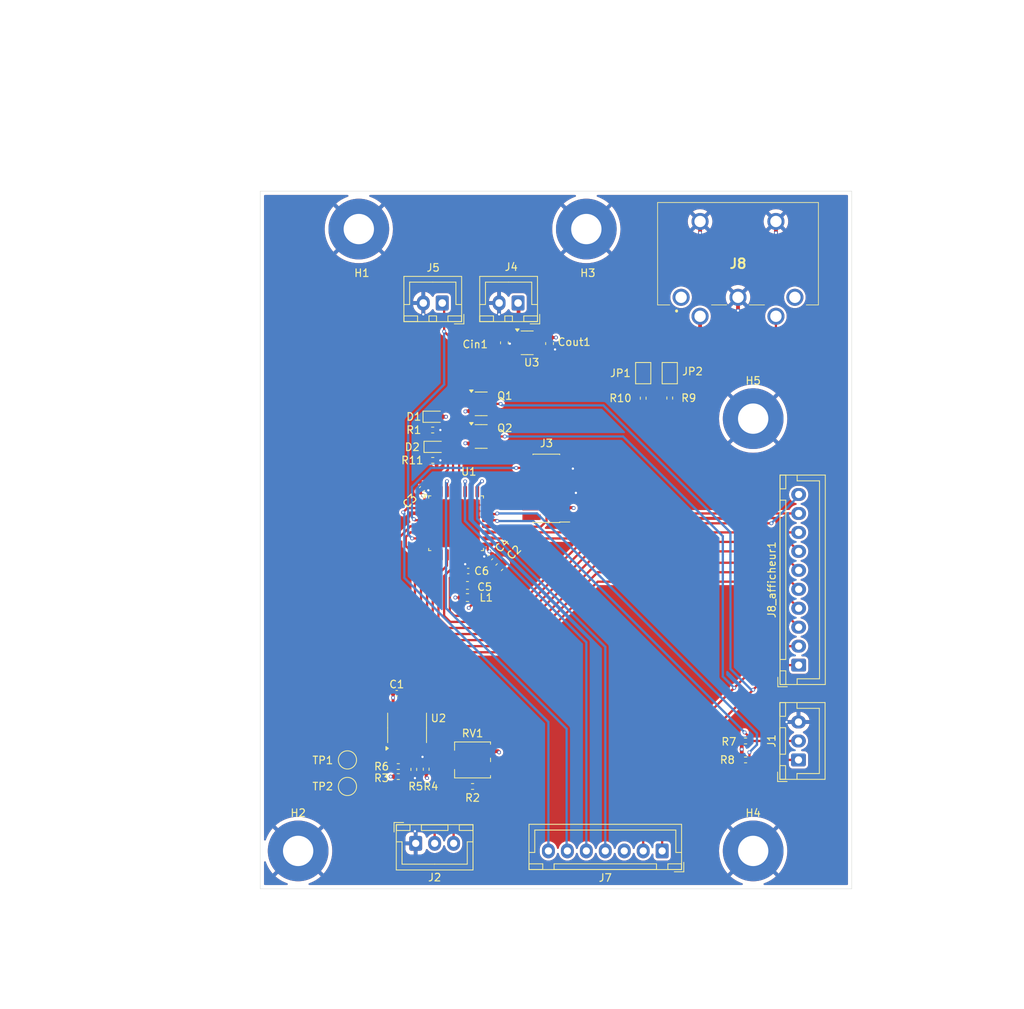
<source format=kicad_pcb>
(kicad_pcb (version 20240108) (generator "pcbnew") (generator_version "8.0")
  (layers (0 "F.Cu" signal) (1 "In1.Cu" signal) (2 "In2.Cu" signal) (31 "B.Cu" signal) (34 "B.Paste" user) (35 "F.Paste" user) (36 "B.SilkS" user "B.Silkscreen") (37 "F.SilkS" user "F.Silkscreen") (38 "B.Mask" user) (39 "F.Mask" user) (44 "Edge.Cuts" user))
  (net 0 "")
  (net 1 "GND")
  (net 2 "+3.3VA")
  (net 3 "+3.3V")
  (net 4 "+5V")
  (net 5 "SYS_SWCLK")
  (net 6 "RX_DEBUG")
  (net 7 "SYS_SWO")
  (net 8 "TX_DEBUG")
  (net 12 "SYS_SWDIO")
  (net 14 "RESET")
  (net 15 "USART_TX")
  (net 16 "SCAN0")
  (net 17 "LED_COM0")
  (net 18 "LED_COM1")
  (net 19 "SCAN1")
  (net 20 "Net-(R2-Pad1)")
  (net 21 "Net-(J2-Pin_3)")
  (net 22 "Net-(J2-Pin_2)")
  (net 23 "Net-(U2A-+)")
  (net 24 "Output_Pedale")
  (net 25 "SW_DOWN")
  (net 26 "SW_UP")
  (net 27 "LED3_SEG")
  (net 28 "LED10")
  (net 29 "LED0_SEG")
  (net 30 "LED2_SEG")
  (net 31 "LED9")
  (net 32 "LED1_SEG")
  (net 33 "LED6_SEG")
  (net 34 "LED4_SEG")
  (net 35 "LED11")
  (net 36 "LED12")
  (net 37 "LED5_SEG")
  (net 38 "LED7_SEG")
  (net 41 "LED8")
  (net 45 "Net-(JP2-B)")
  (net 46 "Net-(JP1-A)")
  (net 47 "Net-(JP1-B)")
  (net 48 "Net-(JP2-A)")
  (net 49 "Net-(D1-K)")
  (net 50 "Net-(D2-A)")
  (net 51 "Net-(D2-K)")
  (footprint "Capacitor_SMD:C_0603_1608Metric" (layer "F.Cu") (at 72.325 95.99 180)
    (property "Reference" "C5")
    (property "Value" "1uF")
  )
  (footprint "MountingHole:MountingHole_4mm_Pad_TopBottom" (layer "F.Cu") (at 88 49)
    (property "Reference" "H3")
    (property "Value" "MountingHole_Pad")
  )
  (footprint "Package_TO_SOT_SMD:SOT-23-3" (layer "F.Cu") (at 74.1375 76.35)
    (property "Reference" "Q2")
    (property "Value" "DTA123J")
  )
  (footprint "LED_SMD:LED_0603_1608Metric" (layer "F.Cu") (at 68.08 77.72)
    (property "Reference" "D2")
    (property "Value" "LED")
  )
  (footprint "Capacitor_SMD:C_0603_1608Metric" (layer "F.Cu") (at 76.525 93.59 -135)
    (property "Reference" "C2")
    (property "Value" "4.7uF")
  )
  (footprint "Resistor_SMD:R_0402_1005Metric" (layer "F.Cu") (at 95.5 71.305 -90)
    (property "Reference" "R10")
    (property "Value" "220")
  )
  (footprint "Jumper:SolderJumper-2_P1.3mm_Open_TrianglePad1.0x1.5mm" (layer "F.Cu") (at 95.5 68 -90)
    (property "Reference" "JP1")
    (property "Value" "SolderJumper1")
  )
  (footprint "Resistor_SMD:R_0402_1005Metric" (layer "F.Cu") (at 73 122.5 180)
    (property "Reference" "R2")
    (property "Value" "330")
  )
  (footprint "Package_TO_SOT_SMD:SOT-23-5" (layer "F.Cu") (at 80.2 64)
    (property "Reference" "U3")
    (property "Value" "BU33SD5WG-TR")
  )
  (footprint "PRT-09536:PRT09536" (layer "F.Cu") (at 100.5 58 180)
    (property "Reference" "J8")
    (property "Value" "PRT-09536" (hide yes))
  )
  (footprint "Connector_JST:JST_XH_B2B-XH-A_1x02_P2.50mm_Vertical" (layer "F.Cu") (at 79 58.75 180)
    (property "Reference" "J4")
    (property "Value" "Conn_01x02")
  )
  (footprint "Capacitor_SMD:C_0402_1005Metric" (layer "F.Cu") (at 63 110.2)
    (property "Reference" "C1")
    (property "Value" "100nF")
  )
  (footprint "Jumper:SolderJumper-2_P1.3mm_Open_TrianglePad1.0x1.5mm" (layer "F.Cu") (at 99 68 90)
    (property "Reference" "JP2")
    (property "Value" "SolderJumper")
  )
  (footprint "Resistor_SMD:R_0402_1005Metric" (layer "F.Cu") (at 65.25 120.25 -90)
    (property "Reference" "R5")
    (property "Value" "110k")
  )
  (footprint "Resistor_SMD:R_0402_1005Metric" (layer "F.Cu") (at 63.2 121.2)
    (property "Reference" "R3")
    (property "Value" "110k")
  )
  (footprint "Resistor_SMD:R_0402_1005Metric" (layer "F.Cu") (at 63.205 119.875)
    (property "Reference" "R6")
    (property "Value" "110k")
  )
  (footprint "Inductor_SMD:L_0603_1608Metric" (layer "F.Cu") (at 72.325 97.59)
    (property "Reference" "L1")
    (property "Value" "39n")
  )
  (footprint "MountingHole:MountingHole_4mm_Pad_TopBottom" (layer "F.Cu") (at 110 131)
    (property "Reference" "H4")
    (property "Value" "MountingHole_Pad")
  )
  (footprint "Package_TO_SOT_SMD:SOT-23-3" (layer "F.Cu") (at 74.1375 72.05)
    (property "Reference" "Q1")
    (property "Value" "DTA123J")
  )
  (footprint "Resistor_SMD:R_0402_1005Metric" (layer "F.Cu") (at 109 119 180)
    (property "Reference" "R8")
    (property "Value" "47k")
  )
  (footprint "Resistor_SMD:R_0402_1005Metric" (layer "F.Cu") (at 109 116.5 180)
    (property "Reference" "R7")
    (property "Value" "47k")
  )
  (footprint "Resistor_SMD:R_0402_1005Metric" (layer "F.Cu") (at 67.75 79.5 180)
    (property "Reference" "R11")
    (property "Value" "1000")
  )
  (footprint "TestPoint:TestPoint_Pad_D2.0mm" (layer "F.Cu") (at 56.5 122.5)
    (property "Reference" "TP2")
    (property "Value" "Entree AOP")
  )
  (footprint "MountingHole:MountingHole_4mm_Pad_TopBottom" (layer "F.Cu") (at 58 49)
    (property "Reference" "H1")
    (property "Value" "MountingHole_Pad")
  )
  (footprint "Connector_JST:JST_XH_B2B-XH-A_1x02_P2.50mm_Vertical" (layer "F.Cu") (at 69 58.75 180)
    (property "Reference" "J5")
    (property "Value" "Conn_01x02")
  )
  (footprint "Resistor_SMD:R_0402_1005Metric" (layer "F.Cu") (at 66.885 120.225 90)
    (property "Reference" "R4")
    (property "Value" "110k")
  )
  (footprint "Capacitor_SMD:C_0603_1608Metric" (layer "F.Cu") (at 83.15 64.1 -90)
    (property "Reference" "Cout1")
    (property "Value" "1uF")
  )
  (footprint "Resistor_SMD:R_0402_1005Metric" (layer "F.Cu") (at 67.74 75.5 180)
    (property "Reference" "R1")
    (property "Value" "1000")
  )
  (footprint "TestPoint:TestPoint_Pad_D2.0mm" (layer "F.Cu") (at 56.5 119)
    (property "Reference" "TP1")
    (property "Value" "Sortie AOP")
  )
  (footprint "Connector_JST:JST_XH_B7B-XH-A_1x07_P2.50mm_Vertical" (layer "F.Cu") (at 98 131 180)
    (property "Reference" "J7")
    (property "Value" "Conn_01x07")
  )
  (footprint "Capacitor_SMD:C_0402_1005Metric" (layer "F.Cu") (at 72.425 94.09 180)
    (property "Reference" "C6")
    (property "Value" "10nF")
  )
  (footprint "LED_SMD:LED_0603_1608Metric" (layer "F.Cu") (at 67.9525 73.75)
    (property "Reference" "D1")
    (property "Value" "LED")
  )
  (footprint "Connector_JST:JST_XH_B3B-XH-A_1x03_P2.50mm_Vertical" (layer "F.Cu") (at 115.975 119 90)
    (property "Reference" "J1")
    (property "Value" "Conn_01x03")
  )
  (footprint "Package_QFP:LQFP-32_7x7mm_P0.8mm" (layer "F.Cu") (at 70.825 87.79)
    (property "Reference" "U1")
    (property "Value" "STM32G431KBTx")
  )
  (footprint "MountingHole:MountingHole_4mm_Pad_TopBottom" (layer "F.Cu") (at 110 74)
    (property "Reference" "H5")
    (property "Value" "MountingHole_Pad")
  )
  (footprint "Connector_JST:JST_XH_B10B-XH-A_1x10_P2.50mm_Vertical" (layer "F.Cu") (at 116 106.5 90)
    (property "Reference" "J8_afficheur1")
    (property "Value" "Conn_01x10")
  )
  (footprint "Package_SO:SOIC-8_3.9x4.9mm_P1.27mm" (layer "F.Cu") (at 64.365 114.775 90)
    (property "Reference" "U2")
    (property "Value" "MCP6002-xSN")
  )
  (footprint "Potentiometer_SMD:Potentiometer_Bourns_3314J_Vertical" (layer "F.Cu") (at 73 119 -90)
    (property "Reference" "RV1")
    (property "Value" "470")
  )
  (footprint "Capacitor_SMD:C_0603_1608Metric" (layer "F.Cu") (at 77.2 64 -90)
    (property "Reference" "Cin1")
    (property "Value" "1uF")
  )
  (footprint "MountingHole:MountingHole_4mm_Pad_TopBottom" (layer "F.Cu") (at 50 131)
    (property "Reference" "H2")
    (property "Value" "MountingHole_Pad")
  )
  (footprint "Connector_PinHeader_1.27mm:PinHeader_2x07_P1.27mm_Vertical_SMD" (layer "F.Cu") (at 82.725 83.19 180)
    (property "Reference" "J3")
    (property "Value" "Conn_ST_STDC14")
  )
  (footprint "Capacitor_SMD:C_0402_1005Metric" (layer "F.Cu") (at 75.325 92.29 -135)
    (property "Reference" "C4")
    (property "Value" "100nF")
  )
  (footprint "Resistor_SMD:R_0402_1005Metric" (layer "F.Cu") (at 99 71.285 90)
    (property "Reference" "R9")
    (property "Value" "220")
  )
  (footprint "Connector_JST:JST_XH_B3B-XH-A_1x03_P2.50mm_Vertical" (layer "F.Cu") (at 65.5 130)
    (property "Reference" "J2")
    (property "Value" "Conn_01x03")
  )
  (footprint "Capacitor_SMD:C_0402_1005Metric" (layer "F.Cu") (at 66.325 83.29 45)
    (property "Reference" "C3")
    (property "Value" "100nF")
  )
  (gr_line (start 45 136) (end 123 136) (stroke (width 0.05)) (layer "Edge.Cuts"))
  (gr_line (start 123 136) (end 123 44) (stroke (width 0.05)) (layer "Edge.Cuts"))
  (gr_line (start 45 136) (end 45 44) (stroke (width 0.05)) (layer "Edge.Cuts"))
  (gr_line (start 45 44) (end 123 44) (stroke (width 0.05)) (layer "Edge.Cuts"))
  (segment (start 74.985589 93.146605) (end 75.976992 94.138008) (width 0.3) (layer "F.Cu") (net 1))
  (segment (start 72.025 91.965) (end 72.025 93.19) (width 0.3) (layer "F.Cu") (net 1))
  (segment (start 86.625 84.09) (end 86.255 84.46) (width 0.3) (layer "F.Cu") (net 1))
  (segment (start 77.2 64.775) (end 77.25 64.775) (width 0.5) (layer "F.Cu") (net 1))
  (segment (start 65.5 128.5) (end 65.4 128.4) (width 0.4) (layer "F.Cu") (net 1))
  (segment (start 86.165 80.65) (end 86.225 80.59) (width 0.3) (layer "F.Cu") (net 1))
  (segment (start 64.4 110.2) (end 63.48 110.2) (width 0.4) (layer "F.Cu") (net 1))
  (segment (start 86.625 83.59) (end 86.225 83.19) (width 0.3) (layer "F.Cu") (net 1))
  (segment (start 73.625 91.965) (end 74.321178 91.965) (width 0.3) (layer "F.Cu") (net 1))
  (segment (start 65.25 121.25) (end 65.4 121.4) (width 0.4) (layer "F.Cu") (net 1))
  (segment (start 86.625 83.79) (end 86.625 84.09) (width 0.3) (layer "F.Cu") (net 1))
  (segment (start 74.321178 91.965) (end 74.535589 92.179411) (width 0.3) (layer "F.Cu") (net 1))
  (segment (start 68.26 79.5) (end 68.75 79.5) (width 0.5) (layer "F.Cu") (net 1))
  (segment (start 66.4 118.6) (end 66.27 118.47) (width 0.4) (layer "F.Cu") (net 1))
  (segment (start 67.164411 83.450589) (end 66.664411 82.950589) (width 0.3) (layer "F.Cu") (net 1))
  (segment (start 65.5 130) (end 65.5 128.5) (width 0.4) (layer "F.Cu") (net 1))
  (segment (start 86.165 80.65) (end 84.675 80.65) (width 0.3) (layer "F.Cu") (net 1))
  (segment (start 74.985589 92.629411) (end 74.985589 93.146605) (width 0.3) (layer "F.Cu") (net 1))
  (segment (start 86.225 83.19) (end 84.675 83.19) (width 0.3) (layer "F.Cu") (net 1))
  (segment (start 72.025 94.01) (end 71.945 94.09) (width 0.3) (layer "F.Cu") (net 1))
  (segment (start 65 110.8) (end 64.4 110.2) (width 0.4) (layer "F.Cu") (net 1))
  (segment (start 86.255 84.46) (end 84.675 84.46) (width 0.3) (layer "F.Cu") (net 1))
  (segment (start 108 58) (end 108 59.75) (width 0.5) (layer "F.Cu") (net 1))
  (segment (start 68.025 83.615) (end 67.328822 83.615) (width 0.3) (layer "F.Cu") (net 1))
  (segment (start 67.328822 83.615) (end 67.164411 83.450589) (width 0.3) (layer "F.Cu") (net 1))
  (segment (start 83.15 64.875) (end 83.875 64.875) (width 0.5) (layer "F.Cu") (net 1))
  (segment (start 76.5 58.75) (end 76.5 60.25) (width 0.5) (layer "F.Cu") (net 1))
  (segment (start 72.025 93.19) (end 72.025 94.01) (width 0.3) (layer "F.Cu") (net 1))
  (segment (start 71.6 94.6) (end 71.995 94.205) (width 0.3) (layer "F.Cu") (net 1))
  (segment (start 113 48) (end 113 49.5) (width 0.5) (layer "F.Cu") (net 1))
  (segment (start 78.025 64) (end 77.9125 64.1125) (width 0.5) (layer "F.Cu") (net 1))
  (segment (start 65.25 120.76) (end 65.25 121.25) (width 0.4) (layer "F.Cu") (net 1))
  (segment (start 103 48) (end 103 49.5) (width 0.5) (layer "F.Cu") (net 1))
  (segment (start 66.27 117.25) (end 66.27 112.3) (width 0.4) (layer "F.Cu") (net 1))
  (segment (start 66.5 58.75) (end 66.5 60.25) (width 0.5) (layer "F.Cu") (net 1))
  (segment (start 71.6 96.105) (end 71.6 94.6) (width 0.3) (layer "F.Cu") (net 1))
  (segment (start 66.27 117.25) (end 66.27 118.47) (width 0.4) (layer "F.Cu") (net 1))
  (segment (start 66.27 112.3) (end 65 112.3) (width 0.4) (layer "F.Cu") (net 1))
  (segment (start 115.975 114) (end 114.4 114) (width 0.5) (layer "F.Cu") (net 1))
  (segment (start 68.25 75.5) (end 68.75 75.5) (width 0.5) (layer "F.Cu") (net 1))
  (segment (start 86.625 83.79) (end 86.625 83.59) (width 0.3) (layer "F.Cu") (net 1))
  (segment (start 77.25 64.775) (end 77.9125 64.1125) (width 0.5) (layer "F.Cu") (net 1))
  (segment (start 65 112.3) (end 65 110.8) (width 0.4) (layer "F.Cu") (net 1))
  (segment (start 79.0625 64) (end 78.025 64) (width 0.5) (layer "F.Cu") (net 1))
  (segment (start 74.535589 92.179411) (end 74.985589 92.629411) (width 0.3) (layer "F.Cu") (net 1))
  (via (at 103 49.5) (size 0.5) (drill 0.3) (layers "F.Cu" "B.Cu") (net 1))
  (via (at 74.535589 92.179411) (size 0.5) (drill 0.3) (layers "F.Cu" "B.Cu") (net 1))
  (via (at 72.025 93.19) (size 0.5) (drill 0.3) (layers "F.Cu" "B.Cu") (net 1))
  (via (at 68.75 75.5) (size 0.5) (drill 0.3) (layers "F.Cu" "B.Cu") (net 1))
  (via (at 68.75 79.5) (size 0.5) (drill 0.3) (layers "F.Cu" "B.Cu") (net 1))
  (via (at 65.4 128.4) (size 0.5) (drill 0.3) (layers "F.Cu" "B.Cu") (net 1))
  (via (at 65.4 121.4) (size 0.5) (drill 0.3) (layers "F.Cu" "B.Cu") (net 1))
  (via (at 66.5 60.25) (size 0.5) (drill 0.3) (layers "F.Cu" "B.Cu") (net 1))
  (via (at 86.225 80.59) (size 0.5) (drill 0.3) (layers "F.Cu" "B.Cu") (net 1))
  (via (at 77.9125 64.1125) (size 0.5) (drill 0.3) (layers "F.Cu" "B.Cu") (net 1))
  (via (at 76.5 60.25) (size 0.5) (drill 0.3) (layers "F.Cu" "B.Cu") (net 1))
  (via (at 66.4 118.6) (size 0.5) (drill 0.3) (layers "F.Cu" "B.Cu") (net 1))
  (via (at 86.625 83.79) (size 0.5) (drill 0.3) (layers "F.Cu" "B.Cu") (net 1))
  (via (at 83.875 64.875) (size 0.5) (drill 0.3) (layers "F.Cu" "B.Cu") (net 1))
  (via (at 114.4 114) (size 0.5) (drill 0.3) (layers "F.Cu" "B.Cu") (net 1))
  (via (at 108 59.75) (size 0.5) (drill 0.3) (layers "F.Cu" "B.Cu") (net 1))
  (via (at 67.164411 83.450589) (size 0.5) (drill 0.3) (layers "F.Cu" "B.Cu") (net 1))
  (via (at 113 49.5) (size 0.5) (drill 0.3) (layers "F.Cu" "B.Cu") (net 1))
  (segment (start 72.905 94.09) (end 72.905 93.19) (width 0.3) (layer "F.Cu") (net 2))
  (segment (start 72.905 93.19) (end 72.905 92.045) (width 0.3) (layer "F.Cu") (net 2))
  (segment (start 66.885 121.285) (end 67 121.4) (width 0.4) (layer "F.Cu") (net 2))
  (segment (start 73.1125 97.59) (end 73.1125 96.0025) (width 0.3) (layer "F.Cu") (net 2))
  (segment (start 72.905 92.045) (end 72.825 91.965) (width 0.3) (layer "F.Cu") (net 2))
  (segment (start 62.52 110.8) (end 62.52 112.24) (width 0.4) (layer "F.Cu") (net 2))
  (segment (start 66.885 120.735) (end 66.885 121.285) (width 0.4) (layer "F.Cu") (net 2))
  (segment (start 73.1125 98.3375) (end 73.1125 97.59) (width 0.3) (layer "F.Cu") (net 2))
  (segment (start 76.35 117.85) (end 76.5 118) (width 0.5) (layer "F.Cu") (net 2))
  (segment (start 75 117.85) (end 76.35 117.85) (width 0.5) (layer "F.Cu") (net 2))
  (segment (start 73.1 94.285) (end 72.905 94.09) (width 0.3) (layer "F.Cu") (net 2))
  (segment (start 62.52 112.24) (end 62.46 112.3) (width 0.4) (layer "F.Cu") (net 2))
  (segment (start 72.5 98.95) (end 73.1125 98.3375) (width 0.3) (layer "F.Cu") (net 2))
  (segment (start 73.1125 96.0025) (end 73.1 95.99) (width 0.3) (layer "F.Cu") (net 2))
  (segment (start 73.1 95.99) (end 73.1 94.285) (width 0.3) (layer "F.Cu") (net 2))
  (segment (start 62.69 121.2) (end 62.2 121.2) (width 0.4) (layer "F.Cu") (net 2))
  (segment (start 62.52 110.2) (end 62.52 110.8) (width 0.4) (layer "F.Cu") (net 2))
  (via (at 67 121.4) (size 0.5) (drill 0.3) (layers "F.Cu" "B.Cu") (net 2))
  (via (at 76.5 118) (size 0.5) (drill 0.3) (layers "F.Cu" "B.Cu") (net 2))
  (via (at 62.52 110.8) (size 0.5) (drill 0.3) (layers "F.Cu" "B.Cu") (net 2))
  (via (at 62.2 121.2) (size 0.5) (drill 0.3) (layers "F.Cu" "B.Cu") (net 2))
  (via (at 72.5 98.95) (size 0.5) (drill 0.3) (layers "F.Cu" "B.Cu") (net 2))
  (segment (start 81.3375 63.05) (end 82.875 63.05) (width 0.4) (layer "F.Cu") (net 3))
  (segment (start 68.74 73.75) (end 69.5 73.75) (width 0.5) (layer "F.Cu") (net 3))
  (segment (start 75.981605 91.950589) (end 77.073008 93.041992) (width 0.3) (layer "F.Cu") (net 3))
  (segment (start 86.265 85.73) (end 86.325 85.79) (width 0.4) (layer "F.Cu") (net 3))
  (segment (start 75.664411 91.950589) (end 75.981605 91.950589) (width 0.3) (layer "F.Cu") (net 3))
  (segment (start 108.49 117.6) (end 108.49 116.5) (width 0.5) (layer "F.Cu") (net 3))
  (segment (start 75.664411 91.950589) (end 75.214411 91.500589) (width 0.3) (layer "F.Cu") (net 3))
  (segment (start 72.95 77.25) (end 72.05 77.25) (width 0.4) (layer "F.Cu") (net 3))
  (segment (start 66.65 84.293822) (end 66.485589 84.129411) (width 0.3) (layer "F.Cu") (net 3))
  (segment (start 84 63.3) (end 83.175 63.3) (width 0.4) (layer "F.Cu") (net 3))
  (segment (start 84.675 85.73) (end 86.265 85.73) (width 0.4) (layer "F.Cu") (net 3))
  (segment (start 83.175 63.3) (end 83.15 63.325) (width 0.4) (layer "F.Cu") (net 3))
  (segment (start 82.875 63.05) (end 83.15 63.325) (width 0.4) (layer "F.Cu") (net 3))
  (segment (start 72.05 73.05) (end 72.1 73) (width 0.4) (layer "F.Cu") (net 3))
  (segment (start 73 77.3) (end 72.95 77.25) (width 0.4) (layer "F.Cu") (net 3))
  (segment (start 66.65 84.99) (end 66.65 84.293822) (width 0.3) (layer "F.Cu") (net 3))
  (segment (start 108.49 119) (end 108.49 117.6) (width 0.5) (layer "F.Cu") (net 3))
  (segment (start 75.214411 91.500589) (end 75 91.286178) (width 0.3) (layer "F.Cu") (net 3))
  (segment (start 71.5375 97.59) (end 70.725 97.59) (width 0.3) (layer "F.Cu") (net 3))
  (segment (start 72.1 73) (end 72.9 73) (width 0.4) (layer "F.Cu") (net 3))
  (segment (start 75 91.286178) (end 75 90.59) (width 0.3) (layer "F.Cu") (net 3))
  (segment (start 66.485589 84.129411) (end 65.985589 83.629411) (width 0.3) (layer "F.Cu") (net 3))
  (via (at 75.214411 91.500589) (size 0.5) (drill 0.3) (layers "F.Cu" "B.Cu") (net 3))
  (via (at 72.05 73.05) (size 0.5) (drill 0.3) (layers "F.Cu" "B.Cu") (net 3))
  (via (at 108.49 117.6) (size 0.5) (drill 0.3) (layers "F.Cu" "B.Cu") (net 3))
  (via (at 86.325 85.79) (size 0.5) (drill 0.3) (layers "F.Cu" "B.Cu") (net 3))
  (via (at 72.05 77.25) (size 0.5) (drill 0.3) (layers "F.Cu" "B.Cu") (net 3))
  (via (at 66.485589 84.129411) (size 0.5) (drill 0.3) (layers "F.Cu" "B.Cu") (net 3))
  (via (at 70.725 97.59) (size 0.5) (drill 0.3) (layers "F.Cu" "B.Cu") (net 3))
  (via (at 84 63.3) (size 0.5) (drill 0.3) (layers "F.Cu" "B.Cu") (net 3))
  (via (at 69.5 73.75) (size 0.5) (drill 0.3) (layers "F.Cu" "B.Cu") (net 3))
  (segment (start 93.315 71.815) (end 95.5 71.815) (width 0.4) (layer "F.Cu") (net 4))
  (segment (start 79.7 64.95) (end 80.175 64.475) (width 0.3) (layer "F.Cu") (net 4))
  (segment (start 77.425 63.05) (end 77.25 63.225) (width 0.5) (layer "F.Cu") (net 4))
  (segment (start 77.25 63.225) (end 77.225 63.2) (width 0.4) (layer "F.Cu") (net 4))
  (segment (start 79.0625 64.95) (end 79.7 64.95) (width 0.3) (layer "F.Cu") (net 4))
  (segment (start 79.0625 58.8125) (end 79 58.75) (width 0.5) (layer "F.Cu") (net 4))
  (segment (start 77.225 63.2) (end 76.4 63.2) (width 0.4) (layer "F.Cu") (net 4))
  (segment (start 80.175 64.475) (end 80.175 63.425) (width 0.3) (layer "F.Cu") (net 4))
  (segment (start 79.0625 63.05) (end 79.0625 58.8125) (width 0.5) (layer "F.Cu") (net 4))
  (segment (start 75.7 66.9) (end 77.4 68.6) (width 0.4) (layer "F.Cu") (net 4))
  (segment (start 77.25 63.225) (end 77.175 63.3) (width 0.4) (layer "F.Cu") (net 4))
  (segment (start 90.1 68.6) (end 93.315 71.815) (width 0.4) (layer "F.Cu") (net 4))
  (segment (start 76.4 63.2) (end 75.7 63.9) (width 0.4) (layer "F.Cu") (net 4))
  (segment (start 75.7 63.9) (end 75.7 66.9) (width 0.4) (layer "F.Cu") (net 4))
  (segment (start 79.8 63.05) (end 79.0625 63.05) (width 0.3) (layer "F.Cu") (net 4))
  (segment (start 80.175 63.425) (end 79.8 63.05) (width 0.3) (layer "F.Cu") (net 4))
  (segment (start 77.4 68.6) (end 90.1 68.6) (width 0.4) (layer "F.Cu") (net 4))
  (segment (start 79.0625 63.05) (end 77.425 63.05) (width 0.5) (layer "F.Cu") (net 4))
  (segment (start 75 84.99) (end 75.53 84.46) (width 0.3) (layer "F.Cu") (net 5))
  (segment (start 75.53 84.46) (end 80.775 84.46) (width 0.3) (layer "F.Cu") (net 5))
  (segment (start 82.75 87.5) (end 82 88.25) (width 0.3) (layer "F.Cu") (net 6))
  (segment (start 82.13 79.38) (end 82.75 80) (width 0.3) (layer "F.Cu") (net 6))
  (segment (start 82 88.25) (end 75.06 88.25) (width 0.3) (layer "F.Cu") (net 6))
  (segment (start 75.06 88.25) (end 75 88.19) (width 0.3) (layer "F.Cu") (net 6))
  (segment (start 80.775 79.38) (end 82.13 79.38) (width 0.3) (layer "F.Cu") (net 6))
  (segment (start 82.75 80) (end 82.75 87.5) (width 0.3) (layer "F.Cu") (net 6))
  (segment (start 77.5 81.5) (end 79.09 83.09) (width 0.3) (layer "F.Cu") (net 7))
  (segment (start 80.675 83.09) (end 80.775 83.19) (width 0.3) (layer "F.Cu") (net 7))
  (segment (start 72.825 82.59) (end 73.915 81.5) (width 0.3) (layer "F.Cu") (net 7))
  (segment (start 79.09 83.09) (end 80.675 83.09) (width 0.3) (layer "F.Cu") (net 7))
  (segment (start 73.915 81.5) (end 77.5 81.5) (width 0.3) (layer "F.Cu") (net 7))
  (segment (start 72.825 83.615) (end 72.825 82.59) (width 0.3) (layer "F.Cu") (net 7))
  (segment (start 86.415 79.38) (end 87.625 80.59) (width 0.3) (layer "F.Cu") (net 8))
  (segment (start 87.625 80.59) (end 87.625 87.19) (width 0.3) (layer "F.Cu") (net 8))
  (segment (start 84.675 79.38) (end 86.415 79.38) (width 0.3) (layer "F.Cu") (net 8))
  (segment (start 85.825 88.99) (end 75 88.99) (width 0.3) (layer "F.Cu") (net 8))
  (segment (start 87.625 87.19) (end 85.825 88.99) (width 0.3) (layer "F.Cu") (net 8))
  (segment (start 75 85.79) (end 80.715 85.79) (width 0.3) (layer "F.Cu") (net 12))
  (segment (start 80.715 85.79) (end 80.775 85.73) (width 0.3) (layer "F.Cu") (net 12))
  (segment (start 66.65 87.39) (end 65.39 87.39) (width 0.3) (layer "F.Cu") (net 14))
  (segment (start 65.39 87.39) (end 65.25 87.25) (width 0.3) (layer "F.Cu") (net 14))
  (segment (start 80.625 80.5) (end 78.75 80.5) (width 0.3) (layer "F.Cu") (net 14))
  (segment (start 80.775 80.65) (end 80.625 80.5) (width 0.3) (layer "F.Cu") (net 14))
  (via (at 65.25 87.25) (size 0.5) (drill 0.3) (layers "F.Cu" "B.Cu") (net 14))
  (via (at 78.75 80.5) (size 0.5) (drill 0.3) (layers "F.Cu" "B.Cu") (net 14))
  (segment (start 67.5 80.5) (end 65 83) (width 0.3) (layer "B.Cu") (net 14))
  (segment (start 65 87) (end 65.25 87.25) (width 0.3) (layer "B.Cu") (net 14))
  (segment (start 78.75 80.5) (end 67.5 80.5) (width 0.3) (layer "B.Cu") (net 14))
  (segment (start 65 83) (end 65 87) (width 0.3) (layer "B.Cu") (net 14))
  (segment (start 66.65 89.79) (end 65.025 89.79) (width 0.3) (layer "F.Cu") (net 15))
  (segment (start 99 71.795) (end 97.795 73) (width 0.3) (layer "F.Cu") (net 15))
  (segment (start 69.25 62.5) (end 69.25 59) (width 0.3) (layer "F.Cu") (net 15))
  (segment (start 69.25 59) (end 69 58.75) (width 0.3) (layer "F.Cu") (net 15))
  (segment (start 89.75 70) (end 76.75 70) (width 0.3) (layer "F.Cu") (net 15))
  (segment (start 97.795 73) (end 92.75 73) (width 0.3) (layer "F.Cu") (net 15))
  (segment (start 92.75 73) (end 89.75 70) (width 0.3) (layer "F.Cu") (net 15))
  (segment (start 76.75 70) (end 69.25 62.5) (width 0.3) (layer "F.Cu") (net 15))
  (via (at 69.25 62.5) (size 0.5) (drill 0.3) (layers "F.Cu" "B.Cu") (net 15))
  (via (at 65.025 89.79) (size 0.5) (drill 0.3) (layers "F.Cu" "B.Cu") (net 15))
  (segment (start 64.5 89.265) (end 65.025 89.79) (width 0.3) (layer "B.Cu") (net 15))
  (segment (start 69.25 62.5) (end 69.25 69.5) (width 0.3) (layer "B.Cu") (net 15))
  (segment (start 69.25 69.5) (end 64.5 74.25) (width 0.3) (layer "B.Cu") (net 15))
  (segment (start 64.5 74.25) (end 64.5 89.265) (width 0.3) (layer "B.Cu") (net 15))
  (segment (start 70.425 72.325) (end 70.425 83.615) (width 0.3) (layer "F.Cu") (net 16))
  (segment (start 73 71.1) (end 71.65 71.1) (width 0.3) (layer "F.Cu") (net 16))
  (segment (start 71.65 71.1) (end 70.425 72.325) (width 0.3) (layer "F.Cu") (net 16))
  (segment (start 116 106.5) (end 113.25 106.5) (width 0.3) (layer "F.Cu") (net 17))
  (segment (start 75.275 72.05) (end 76.7 72.05) (width 0.3) (layer "F.Cu") (net 17))
  (segment (start 98 121.75) (end 98 131) (width 0.3) (layer "F.Cu") (net 17))
  (segment (start 113.25 106.5) (end 98 121.75) (width 0.3) (layer "F.Cu") (net 17))
  (via (at 110 109.75) (size 0.5) (drill 0.3) (layers "F.Cu" "B.Cu") (net 17))
  (via (at 76.7 72.05) (size 0.5) (drill 0.3) (layers "F.Cu" "B.Cu") (net 17))
  (segment (start 110 109.75) (end 109.75 109.75) (width 0.3) (layer "B.Cu") (net 17))
  (segment (start 107 89) (end 90.25 72.25) (width 0.3) (layer "B.Cu") (net 17))
  (segment (start 76.9 72.25) (end 76.7 72.05) (width 0.3) (layer "B.Cu") (net 17))
  (segment (start 107 107) (end 107 89) (width 0.3) (layer "B.Cu") (net 17))
  (segment (start 109.75 109.75) (end 107 107) (width 0.3) (layer "B.Cu") (net 17))
  (segment (start 90.25 72.25) (end 76.9 72.25) (width 0.3) (layer "B.Cu") (net 17))
  (segment (start 95.5 121.5) (end 95.5 131) (width 0.3) (layer "F.Cu") (net 18))
  (segment (start 116 104) (end 113 104) (width 0.3) (layer "F.Cu") (net 18))
  (segment (start 77.25 76.35) (end 75.275 76.35) (width 0.3) (layer "F.Cu") (net 18))
  (segment (start 113 104) (end 107.5 109.5) (width 0.3) (layer "F.Cu") (net 18))
  (segment (start 107.5 109.5) (end 95.5 121.5) (width 0.3) (layer "F.Cu") (net 18))
  (via (at 107.5 109.5) (size 0.5) (drill 0.3) (layers "F.Cu" "B.Cu") (net 18))
  (via (at 77.25 76.35) (size 0.5) (drill 0.3) (layers "F.Cu" "B.Cu") (net 18))
  (segment (start 92.85 76.35) (end 77.25 76.35) (width 0.3) (layer "B.Cu") (net 18))
  (segment (start 106 89.5) (end 92.85 76.35) (width 0.3) (layer "B.Cu") (net 18))
  (segment (start 106 108) (end 106 89.5) (width 0.3) (layer "B.Cu") (net 18))
  (segment (start 107.5 109.5) (end 106 108) (width 0.3) (layer "B.Cu") (net 18))
  (segment (start 72.1 75.4) (end 73 75.4) (width 0.3) (layer "F.Cu") (net 19))
  (segment (start 71.225 76.275) (end 72.1 75.4) (width 0.3) (layer "F.Cu") (net 19))
  (segment (start 71.225 83.615) (end 71.225 76.275) (width 0.3) (layer "F.Cu") (net 19))
  (segment (start 75 121.01) (end 73.51 122.5) (width 0.3) (layer "F.Cu") (net 20))
  (segment (start 72.15 120.15) (end 71 119) (width 0.3) (layer "F.Cu") (net 20))
  (segment (start 75 120.15) (end 75 121.01) (width 0.3) (layer "F.Cu") (net 20))
  (segment (start 75 120.15) (end 72.15 120.15) (width 0.3) (layer "F.Cu") (net 20))
  (segment (start 72.01 122.5) (end 70.5 124.01) (width 0.3) (layer "F.Cu") (net 21))
  (segment (start 72.49 122.5) (end 72.01 122.5) (width 0.3) (layer "F.Cu") (net 21))
  (segment (start 70.5 124.01) (end 70.5 130) (width 0.3) (layer "F.Cu") (net 21))
  (segment (start 63.73 117.25) (end 63.73 119.86) (width 0.3) (layer "F.Cu") (net 22))
  (segment (start 63.71 122) (end 63.71 122.71) (width 0.3) (layer "F.Cu") (net 22))
  (segment (start 63.71 121.2) (end 63.71 122) (width 0.3) (layer "F.Cu") (net 22))
  (segment (start 63.71 122.71) (end 68 127) (width 0.3) (layer "F.Cu") (net 22))
  (segment (start 63.71 122) (end 63.71 122.29) (width 0.3) (layer "F.Cu") (net 22))
  (segment (start 63.5 122.5) (end 63.71 122.71) (width 0.3) (layer "F.Cu") (net 22))
  (segment (start 56.5 122.5) (end 63.5 122.5) (width 0.3) (layer "F.Cu") (net 22))
  (segment (start 63.71 119.88) (end 63.71 121.2) (width 0.3) (layer "F.Cu") (net 22))
  (segment (start 63.73 119.86) (end 63.715 119.875) (width 0.3) (layer "F.Cu") (net 22))
  (segment (start 63.71 122.29) (end 63.5 122.5) (width 0.3) (layer "F.Cu") (net 22))
  (segment (start 68 127) (end 68 130) (width 0.3) (layer "F.Cu") (net 22))
  (segment (start 63.715 119.875) (end 63.71 119.88) (width 0.3) (layer "F.Cu") (net 22))
  (segment (start 65.275 119.715) (end 65.25 119.74) (width 0.3) (layer "F.Cu") (net 23))
  (segment (start 65 119.49) (end 65.25 119.74) (width 0.3) (layer "F.Cu") (net 23))
  (segment (start 65 117.25) (end 65 119.49) (width 0.3) (layer "F.Cu") (net 23))
  (segment (start 66.885 119.715) (end 65.275 119.715) (width 0.3) (layer "F.Cu") (net 23))
  (segment (start 61.21 118.5) (end 56.5 118.5) (width 0.3) (layer "F.Cu") (net 24))
  (segment (start 62.46 117.25) (end 62.46 116.46) (width 0.3) (layer "F.Cu") (net 24))
  (segment (start 64.81 88.19) (end 66.65 88.19) (width 0.3) (layer "F.Cu") (net 24))
  (segment (start 61 92) (end 64.81 88.19) (width 0.3) (layer "F.Cu") (net 24))
  (segment (start 62.46 116.46) (end 61 115) (width 0.3) (layer "F.Cu") (net 24))
  (segment (start 62.46 117.25) (end 61.21 118.5) (width 0.3) (layer "F.Cu") (net 24))
  (segment (start 62.46 119.64) (end 62.46 117.25) (width 0.3) (layer "F.Cu") (net 24))
  (segment (start 62.695 119.875) (end 62.46 119.64) (width 0.3) (layer "F.Cu") (net 24))
  (segment (start 61 115) (end 61 92) (width 0.3) (layer "F.Cu") (net 24))
  (segment (start 76.14 87.39) (end 76.25 87.5) (width 0.3) (layer "F.Cu") (net 25))
  (segment (start 115.975 116.5) (end 109.51 116.5) (width 0.3) (layer "F.Cu") (net 25))
  (segment (start 108.875 115.375) (end 109.51 116.01) (width 0.3) (layer "F.Cu") (net 25))
  (segment (start 109.51 116.01) (end 109.51 116.5) (width 0.3) (layer "F.Cu") (net 25))
  (segment (start 75 87.39) (end 76.14 87.39) (width 0.3) (layer "F.Cu") (net 25))
  (via (at 108.875 115.375) (size 0.5) (drill 0.3) (layers "F.Cu" "B.Cu") (net 25))
  (via (at 76.25 87.5) (size 0.5) (drill 0.3) (layers "F.Cu" "B.Cu") (net 25))
  (segment (start 108.875 115.375) (end 81 87.5) (width 0.3) (layer "B.Cu") (net 25))
  (segment (start 81 87.5) (end 76.25 87.5) (width 0.3) (layer "B.Cu") (net 25))
  (segment (start 115.975 119) (end 109.51 119) (width 0.3) (layer "F.Cu") (net 26))
  (segment (start 109.51 119) (end 109.51 118.01) (width 0.3) (layer "F.Cu") (net 26))
  (segment (start 76.16 86.59) (end 76.25 86.5) (width 0.3) (layer "F.Cu") (net 26))
  (segment (start 75 86.59) (end 76.16 86.59) (width 0.3) (layer "F.Cu") (net 26))
  (segment (start 109.51 118.01) (end 109.5 118) (width 0.3) (layer "F.Cu") (net 26))
  (via (at 109.5 118) (size 0.5) (drill 0.3) (layers "F.Cu" "B.Cu") (net 26))
  (via (at 76.25 86.5) (size 0.5) (drill 0.3) (layers "F.Cu" "B.Cu") (net 26))
  (segment (start 110.5 115.5) (end 81.5 86.5) (width 0.3) (layer "B.Cu") (net 26))
  (segment (start 81.5 86.5) (end 76.25 86.5) (width 0.3) (layer "B.Cu") (net 26))
  (segment (start 109.5 118) (end 110.5 117) (width 0.3) (layer "B.Cu") (net 26))
  (segment (start 110.5 117) (end 110.5 115.5) (width 0.3) (layer "B.Cu") (net 26))
  (segment (start 78.8 102.4) (end 89.7 91.5) (width 0.3) (layer "F.Cu") (net 27))
  (segment (start 68.825 91.965) (end 68.825 93.175) (width 0.3) (layer "F.Cu") (net 27))
  (segment (start 67.75 100.55) (end 69.6 102.4) (width 0.3) (layer "F.Cu") (net 27))
  (segment (start 69.6 102.4) (end 78.8 102.4) (width 0.3) (layer "F.Cu") (net 27))
  (segment (start 113.5 91.5) (end 116 94) (width 0.3) (layer "F.Cu") (net 27))
  (segment (start 67.75 94.25) (end 67.75 100.55) (width 0.3) (layer "F.Cu") (net 27))
  (segment (start 89.7 91.5) (end 113.5 91.5) (width 0.3) (layer "F.Cu") (net 27))
  (segment (start 68.825 93.175) (end 67.75 94.25) (width 0.3) (layer "F.Cu") (net 27))
  (segment (start 72.025 83.615) (end 72.025 82.275) (width 0.3) (layer "F.Cu") (net 28))
  (via (at 72.025 82.275) (size 0.5) (drill 0.3) (layers "F.Cu" "B.Cu") (net 28))
  (segment (start 72 87.5) (end 72 82.3) (width 0.3) (layer "B.Cu") (net 28))
  (segment (start 88 131) (end 88 103.5) (width 0.3) (layer "B.Cu") (net 28))
  (segment (start 72 82.3) (end 72.025 82.275) (width 0.3) (layer "B.Cu") (net 28))
  (segment (start 88 103.5) (end 72 87.5) (width 0.3) (layer "B.Cu") (net 28))
  (segment (start 65.4 92) (end 65.4 101.6) (width 0.3) (layer "F.Cu") (net 29))
  (segment (start 89.5 95.5) (end 110 95.5) (width 0.3) (layer "F.Cu") (net 29))
  (segment (start 64.2 90.8) (end 65.4 92) (width 0.3) (layer "F.Cu") (net 29))
  (segment (start 68.6 104.8) (end 80.2 104.8) (width 0.3) (layer "F.Cu") (net 29))
  (segment (start 64.2 89.6) (end 64.2 90.8) (width 0.3) (layer "F.Cu") (net 29))
  (segment (start 65.4 101.6) (end 68.6 104.8) (width 0.3) (layer "F.Cu") (net 29))
  (segment (start 64.81 88.99) (end 64.2 89.6) (width 0.3) (layer "F.Cu") (net 29))
  (segment (start 66.65 88.99) (end 64.81 88.99) (width 0.3) (layer "F.Cu") (net 29))
  (segment (start 110 95.5) (end 116 101.5) (width 0.3) (layer "F.Cu") (net 29))
  (segment (start 80.2 104.8) (end 89.5 95.5) (width 0.3) (layer "F.Cu") (net 29))
  (segment (start 116 96.5) (end 112.5 93) (width 0.3) (layer "F.Cu") (net 30))
  (segment (start 89.5 93) (end 79.3 103.2) (width 0.3) (layer "F.Cu") (net 30))
  (segment (start 79.3 103.2) (end 69.4 103.2) (width 0.3) (layer "F.Cu") (net 30))
  (segment (start 67 93.75) (end 68.025 92.725) (width 0.3) (layer "F.Cu") (net 30))
  (segment (start 68.025 92.725) (end 68.025 91.965) (width 0.3) (layer "F.Cu") (net 30))
  (segment (start 69.4 103.2) (end 67 100.8) (width 0.3) (layer "F.Cu") (net 30))
  (segment (start 112.5 93) (end 89.5 93) (width 0.3) (layer "F.Cu") (net 30))
  (segment (start 67 100.8) (end 67 93.75) (width 0.3) (layer "F.Cu") (net 30))
  (segment (start 73.625 82.875) (end 74.25 82.25) (width 0.3) (layer "F.Cu") (net 31))
  (via (at 74.25 82.25) (size 0.5) (drill 0.3) (layers "F.Cu" "B.Cu") (net 31))
  (segment (start 73.6 82.9) (end 74.25 82.25) (width 0.3) (layer "B.Cu") (net 31))
  (segment (start 90.5 131) (end 90.5 104.1) (width 0.3) (layer "B.Cu") (net 31))
  (segment (start 73.6 87.2) (end 73.6 82.9) (width 0.3) (layer "B.Cu") (net 31))
  (segment (start 90.5 104.1) (end 73.6 87.2) (width 0.3) (layer "B.Cu") (net 31))
  (segment (start 79.75 104) (end 69 104) (width 0.3) (layer "F.Cu") (net 32))
  (segment (start 89.5 94.25) (end 79.75 104) (width 0.3) (layer "F.Cu") (net 32))
  (segment (start 66.2 101.2) (end 66.2 93) (width 0.3) (layer "F.Cu") (net 32))
  (segment (start 111.25 94.25) (end 89.5 94.25) (width 0.3) (layer "F.Cu") (net 32))
  (segment (start 69 104) (end 66.2 101.2) (width 0.3) (layer "F.Cu") (net 32))
  (segment (start 66.2 93) (end 66.65 92.55) (width 0.3) (layer "F.Cu") (net 32))
  (segment (start 116 99) (end 111.25 94.25) (width 0.3) (layer "F.Cu") (net 32))
  (segment (start 66.65 92.55) (end 66.65 90.59) (width 0.3) (layer "F.Cu") (net 32))
  (segment (start 86.2 89.8) (end 75.01 89.8) (width 0.3) (layer "F.Cu") (net 33))
  (segment (start 89.5 86.5) (end 86.2 89.8) (width 0.3) (layer "F.Cu") (net 33))
  (segment (start 116 86.5) (end 89.5 86.5) (width 0.3) (layer "F.Cu") (net 33))
  (segment (start 75.01 89.8) (end 75 89.79) (width 0.3) (layer "F.Cu") (net 33))
  (segment (start 69.625 93.375) (end 68.5 94.5) (width 0.3) (layer "F.Cu") (net 34))
  (segment (start 68.5 94.5) (end 68.5 100.3) (width 0.3) (layer "F.Cu") (net 34))
  (segment (start 69.8 101.6) (end 78.4 101.6) (width 0.3) (layer "F.Cu") (net 34))
  (segment (start 78.4 101.6) (end 89.75 90.25) (width 0.3) (layer "F.Cu") (net 34))
  (segment (start 89.75 90.25) (end 114.75 90.25) (width 0.3) (layer "F.Cu") (net 34))
  (segment (start 114.75 90.25) (end 116 91.5) (width 0.3) (layer "F.Cu") (net 34))
  (segment (start 68.5 100.3) (end 69.8 101.6) (width 0.3) (layer "F.Cu") (net 34))
  (segment (start 69.625 91.965) (end 69.625 93.375) (width 0.3) (layer "F.Cu") (net 34))
  (segment (start 69.625 83.615) (end 69.625 82.25) (width 0.3) (layer "F.Cu") (net 35))
  (via (at 69.625 82.25) (size 0.5) (drill 0.3) (layers "F.Cu" "B.Cu") (net 35))
  (segment (start 85.4 130.9) (end 85.5 131) (width 0.3) (layer "B.Cu") (net 35))
  (segment (start 69.5 82.375) (end 69.5 99) (width 0.3) (layer "B.Cu") (net 35))
  (segment (start 85.4 114.9) (end 85.4 130.9) (width 0.3) (layer "B.Cu") (net 35))
  (segment (start 69.625 82.25) (end 69.5 82.375) (width 0.3) (layer "B.Cu") (net 35))
  (segment (start 69.5 99) (end 85.4 114.9) (width 0.3) (layer "B.Cu") (net 35))
  (segment (start 64.41 85.79) (end 66.65 85.79) (width 0.3) (layer "F.Cu") (net 36))
  (segment (start 63.85 86.35) (end 64.41 85.79) (width 0.3) (layer "F.Cu") (net 36))
  (via (at 63.85 86.35) (size 0.5) (drill 0.3) (layers "F.Cu" "B.Cu") (net 36))
  (segment (start 64 95) (end 83 114) (width 0.3) (layer "B.Cu") (net 36))
  (segment (start 83 114) (end 83 131) (width 0.3) (layer "B.Cu") (net 36))
  (segment (start 64 86.5) (end 64 95) (width 0.3) (layer "B.Cu") (net 36))
  (segment (start 63.85 86.35) (end 64 86.5) (width 0.3) (layer "B.Cu") (net 36))
  (segment (start 69.25 94.75) (end 69.25 100) (width 0.3) (layer "F.Cu") (net 37))
  (segment (start 70.425 91.965) (end 70.425 93.575) (width 0.3) (layer "F.Cu") (net 37))
  (segment (start 70.05 100.8) (end 78 100.8) (width 0.3) (layer "F.Cu") (net 37))
  (segment (start 78 100.8) (end 89.8 89) (width 0.3) (layer "F.Cu") (net 37))
  (segment (start 69.25 100) (end 70.05 100.8) (width 0.3) (layer "F.Cu") (net 37))
  (segment (start 70.425 93.575) (end 69.25 94.75) (width 0.3) (layer "F.Cu") (net 37))
  (segment (start 89.8 89) (end 116 89) (width 0.3) (layer "F.Cu") (net 37))
  (segment (start 70 99.4) (end 70 95) (width 0.3) (layer "F.Cu") (net 38))
  (segment (start 77.6625 100) (end 70.6 100) (width 0.3) (layer "F.Cu") (net 38))
  (segment (start 70 95) (end 71.225 93.775) (width 0.3) (layer "F.Cu") (net 38))
  (segment (start 71.225 93.775) (end 71.225 91.965) (width 0.3) (layer "F.Cu") (net 38))
  (segment (start 70.6 100) (end 70 99.4) (width 0.3) (layer "F.Cu") (net 38))
  (segment (start 89.8625 87.8) (end 77.6625 100) (width 0.3) (layer "F.Cu") (net 38))
  (segment (start 112.4 87.8) (end 89.8625 87.8) (width 0.3) (layer "F.Cu") (net 38))
  (via (at 112.4 87.8) (size 0.5) (drill 0.3) (layers "F.Cu" "B.Cu") (net 38))
  (segment (start 112.4 87.8) (end 116 84.2) (width 0.3) (layer "B.Cu") (net 38))
  (segment (start 116 84.2) (end 116 84) (width 0.3) (layer "B.Cu") (net 38))
  (segment (start 113 62.75) (end 110.75 65) (width 0.3) (layer "F.Cu") (net 45))
  (segment (start 113 60.5) (end 113 62.75) (width 0.3) (layer "F.Cu") (net 45))
  (segment (start 110.75 65) (end 100 65) (width 0.3) (layer "F.Cu") (net 45))
  (segment (start 99 66) (end 99 67.270097) (width 0.3) (layer "F.Cu") (net 45))
  (segment (start 100 65) (end 99 66) (width 0.3) (layer "F.Cu") (net 45))
  (segment (start 95.5 65.5) (end 95.5 67.275) (width 0.5) (layer "F.Cu") (net 46))
  (segment (start 97.5 63.5) (end 95.5 65.5) (width 0.5) (layer "F.Cu") (net 46))
  (segment (start 103 62.5) (end 102 63.5) (width 0.5) (layer "F.Cu") (net 46))
  (segment (start 102 63.5) (end 97.5 63.5) (width 0.5) (layer "F.Cu") (net 46))
  (segment (start 103 60.5) (end 103 62.5) (width 0.5) (layer "F.Cu") (net 46))
  (segment (start 95.5 70.795) (end 95.5 68.729903) (width 0.3) (layer "F.Cu") (net 47))
  (segment (start 99 68.725) (end 99 70.775) (width 0.3) (layer "F.Cu") (net 48))
  (segment (start 67.165 75.435) (end 67.23 75.5) (width 0.3) (layer "F.Cu") (net 49))
  (segment (start 67.165 73.75) (end 67.165 75.435) (width 0.3) (layer "F.Cu") (net 49))
  (segment (start 69.75 78.25) (end 69.22 77.72) (width 0.3) (layer "F.Cu") (net 50))
  (segment (start 68.825 81.675) (end 69.75 80.75) (width 0.3) (layer "F.Cu") (net 50))
  (segment (start 69.22 77.72) (end 68.8675 77.72) (width 0.3) (layer "F.Cu") (net 50))
  (segment (start 69.75 80.75) (end 69.75 78.25) (width 0.3) (layer "F.Cu") (net 50))
  (segment (start 68.825 83.615) (end 68.825 81.675) (width 0.3) (layer "F.Cu") (net 50))
  (segment (start 67.24 79.5) (end 67.24 77.7725) (width 0.3) (layer "F.Cu") (net 51))
  (segment (start 67.24 77.7725) (end 67.2925 77.72) (width 0.3) (layer "F.Cu") (net 51))
  (zone (net 1) (net_name "GND") (layers "F.Cu" "In1.Cu" "B.Cu") (connect_pads (clearance 0.3)) (min_thickness 0.25) (fill yes (thermal_gap 0.5) (thermal_bridge_width 0.5))
    (polygon (pts (xy 45 44) (xy 123 44) (xy 123 136) (xy 45 136)))
  )
)
</source>
